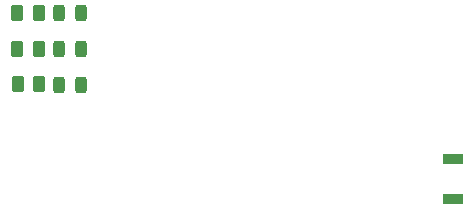
<source format=gtp>
G04 #@! TF.GenerationSoftware,KiCad,Pcbnew,8.0.4*
G04 #@! TF.CreationDate,2024-12-03T14:34:08+01:00*
G04 #@! TF.ProjectId,V2,56322e6b-6963-4616-945f-706362585858,rev?*
G04 #@! TF.SameCoordinates,Original*
G04 #@! TF.FileFunction,Paste,Top*
G04 #@! TF.FilePolarity,Positive*
%FSLAX46Y46*%
G04 Gerber Fmt 4.6, Leading zero omitted, Abs format (unit mm)*
G04 Created by KiCad (PCBNEW 8.0.4) date 2024-12-03 14:34:08*
%MOMM*%
%LPD*%
G01*
G04 APERTURE LIST*
G04 Aperture macros list*
%AMRoundRect*
0 Rectangle with rounded corners*
0 $1 Rounding radius*
0 $2 $3 $4 $5 $6 $7 $8 $9 X,Y pos of 4 corners*
0 Add a 4 corners polygon primitive as box body*
4,1,4,$2,$3,$4,$5,$6,$7,$8,$9,$2,$3,0*
0 Add four circle primitives for the rounded corners*
1,1,$1+$1,$2,$3*
1,1,$1+$1,$4,$5*
1,1,$1+$1,$6,$7*
1,1,$1+$1,$8,$9*
0 Add four rect primitives between the rounded corners*
20,1,$1+$1,$2,$3,$4,$5,0*
20,1,$1+$1,$4,$5,$6,$7,0*
20,1,$1+$1,$6,$7,$8,$9,0*
20,1,$1+$1,$8,$9,$2,$3,0*%
G04 Aperture macros list end*
%ADD10RoundRect,0.250000X0.262500X0.450000X-0.262500X0.450000X-0.262500X-0.450000X0.262500X-0.450000X0*%
%ADD11RoundRect,0.243750X0.243750X0.456250X-0.243750X0.456250X-0.243750X-0.456250X0.243750X-0.456250X0*%
%ADD12RoundRect,0.250000X-0.262500X-0.450000X0.262500X-0.450000X0.262500X0.450000X-0.262500X0.450000X0*%
%ADD13R,1.700000X0.900000*%
G04 APERTURE END LIST*
D10*
G04 #@! TO.C,R5*
X163132500Y-64110000D03*
X161307500Y-64110000D03*
G04 #@! TD*
D11*
G04 #@! TO.C,D5*
X166685000Y-58045000D03*
X164810000Y-58045000D03*
G04 #@! TD*
G04 #@! TO.C,D3*
X166685000Y-64125000D03*
X164810000Y-64125000D03*
G04 #@! TD*
D12*
G04 #@! TO.C,R7*
X161275000Y-58040000D03*
X163100000Y-58040000D03*
G04 #@! TD*
D11*
G04 #@! TO.C,D4*
X166685000Y-61085000D03*
X164810000Y-61085000D03*
G04 #@! TD*
D12*
G04 #@! TO.C,R6*
X161285000Y-61080000D03*
X163110000Y-61080000D03*
G04 #@! TD*
D13*
G04 #@! TO.C,SW1*
X198190000Y-73780000D03*
X198190000Y-70380000D03*
G04 #@! TD*
M02*

</source>
